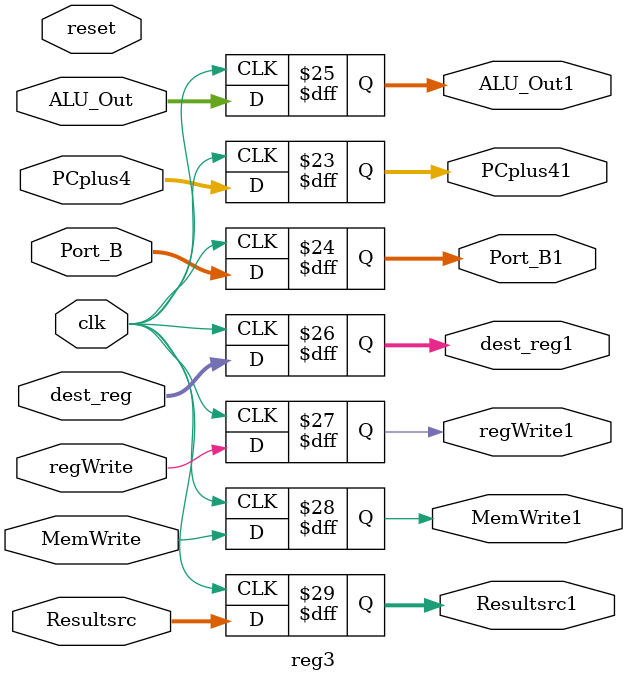
<source format=v>
module reg3(output reg [31:0] PCplus41, Port_B1, ALU_Out1, 
            output reg [4:0]dest_reg1, 
            output reg regWrite1, MemWrite1,
            output reg [1:0]Resultsrc1, 
            
            input [31:0] PCplus4, Port_B, ALU_Out,
            input [4:0]dest_reg, 
            input reset,clk, 
            input regWrite, MemWrite,
            input [1:0]Resultsrc);
 

  
  always@(posedge clk) begin
      if (reset) begin
      PCplus41=0;
      Port_B1=0;
      ALU_Out1=0;
      dest_reg1=0;
      regWrite1=0;
      MemWrite1=0;
      Resultsrc1=0;
    end
      PCplus41=PCplus4;
	  ALU_Out1=ALU_Out;
      Port_B1=Port_B;
      dest_reg1=dest_reg;
      regWrite1=regWrite;
      MemWrite1=MemWrite;
      Resultsrc1=Resultsrc;
  end
  
endmodule
</source>
